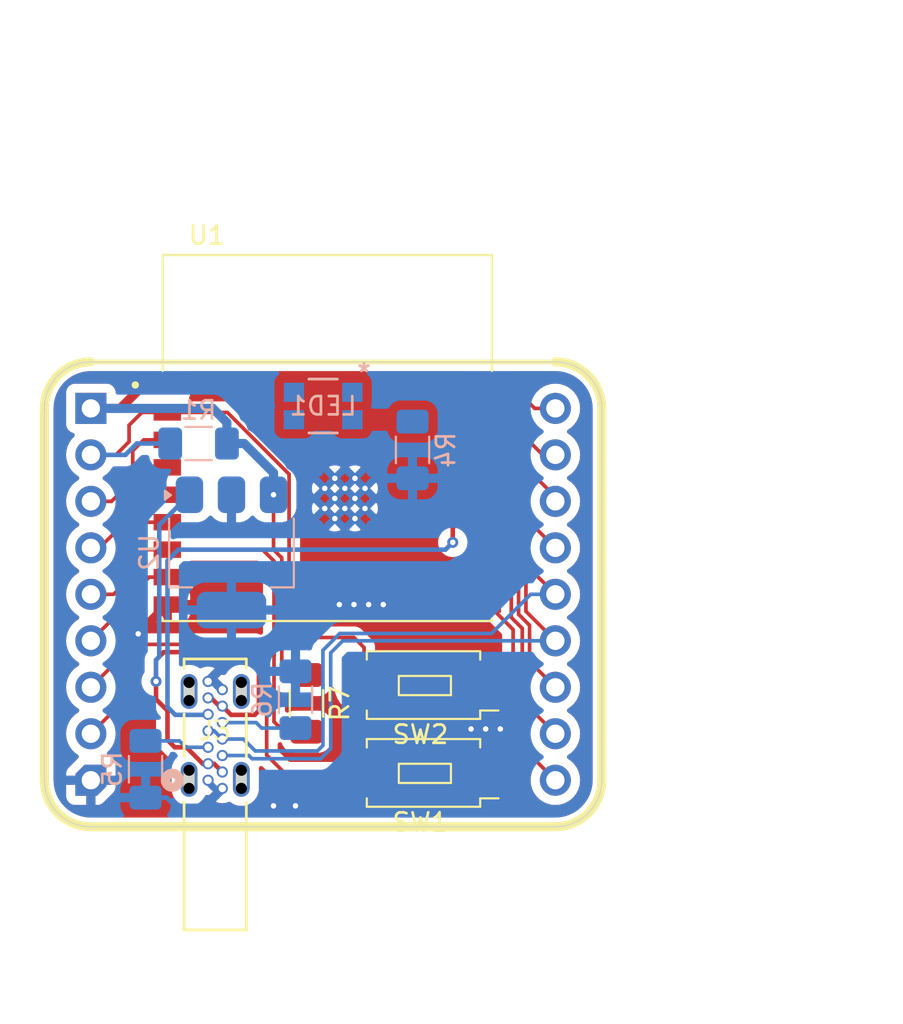
<source format=kicad_pcb>
(kicad_pcb (version 20240108) (generator "pcbnew") (generator_version "8.0")
  (layers (0 "F.Cu" signal) (31 "B.Cu" signal) (34 "B.Paste" user) (35 "F.Paste" user) (36 "B.SilkS" user "B.Silkscreen") (37 "F.SilkS" user "F.Silkscreen") (38 "B.Mask" user) (39 "F.Mask" user) (44 "Edge.Cuts" user))
  (net 0 "")
  (net 1 "GPIO3")
  (net 2 "GND")
  (net 3 "GPIO2")
  (net 4 "GPIO1")
  (net 5 "GPIO0")
  (net 6 "GPIO4")
  (net 7 "VBUS")
  (net 8 "GPIO7")
  (net 9 "USB_D+")
  (net 10 "UART-RX")
  (net 11 "USB_D-")
  (net 12 "GPIO5")
  (net 13 "GPIO8")
  (net 14 "UART-TX")
  (net 15 "GPIO10")
  (net 16 "EN")
  (net 17 "GPIO9")
  (net 18 "3V3")
  (net 19 "GPIO6")
  (net 21 "Net-(LED1-GND-Pad1)")
  (net 22 "Net-(J3-CC2)")
  (net 23 "Net-(J3-CC1)")
  (footprint "Alexander Footprint Library:ESP32-C3-WROOM-02-H4" (layer "F.Cu") (at 156.94 61.1)
    (property "Reference" "U1" (at -6.575 -11.085 0) (layer "F.SilkS"))
    (property "Value" "ESP32-C3-WROOM-02-N4")
    (fp_line (start -9 -10) (end -9 -3.67) (stroke (width 0.127)) (layer "F.SilkS"))
    (fp_line (start -9 10) (end -9 9.87) (stroke (width 0.127)) (layer "F.SilkS"))
    (fp_line (start -9 10) (end 9 10) (stroke (width 0.127)) (layer "F.SilkS"))
    (fp_line (start 9 -10) (end -9 -10) (stroke (width 0.127)) (layer "F.SilkS"))
    (fp_line (start 9 -3.67) (end 9 -10) (stroke (width 0.127)) (layer "F.SilkS"))
    (fp_line (start 9 10) (end 9 9.87) (stroke (width 0.127)) (layer "F.SilkS"))
    (fp_circle (center -10.5 -2.9) (end -10.4 -2.9) (stroke (width 0.2)) (fill none) (layer "F.SilkS"))
    (pad "1" smd rect (at -8.75 -2.9) (size 1.5 0.9) (layers "F.Cu" "F.Paste" "F.Mask") (net 18 "3V3"))
    (pad "2" smd rect (at -8.75 -1.4) (size 1.5 0.9) (layers "F.Cu" "F.Paste" "F.Mask") (net 16 "EN"))
    (pad "3" smd rect (at -8.75 0.1) (size 1.5 0.9) (layers "F.Cu" "F.Paste" "F.Mask") (net 6 "GPIO4"))
    (pad "4" smd rect (at -8.75 1.6) (size 1.5 0.9) (layers "F.Cu" "F.Paste" "F.Mask") (net 12 "GPIO5"))
    (pad "5" smd rect (at -8.75 3.1) (size 1.5 0.9) (layers "F.Cu" "F.Paste" "F.Mask") (net 19 "GPIO6"))
    (pad "6" smd rect (at -8.75 4.6) (size 1.5 0.9) (layers "F.Cu" "F.Paste" "F.Mask") (net 8 "GPIO7"))
    (pad "7" smd rect (at -8.75 6.1) (size 1.5 0.9) (layers "F.Cu" "F.Paste" "F.Mask") (net 13 "GPIO8"))
    (pad "8" smd rect (at -8.75 7.6) (size 1.5 0.9) (layers "F.Cu" "F.Paste" "F.Mask") (net 17 "GPIO9"))
    (pad "9" smd rect (at -8.75 9.1) (size 1.5 0.9) (layers "F.Cu" "F.Paste" "F.Mask") (net 2 "GND"))
    (pad "10" smd rect (at 8.75 9.1) (size 1.5 0.9) (layers "F.Cu" "F.Paste" "F.Mask") (net 15 "GPIO10"))
    (pad "11" smd rect (at 8.75 7.6) (size 1.5 0.9) (layers "F.Cu" "F.Paste" "F.Mask") (net 10 "UART-RX"))
    (pad "12" smd rect (at 8.75 6.1) (size 1.5 0.9) (layers "F.Cu" "F.Paste" "F.Mask") (net 14 "UART-TX"))
    (pad "13" smd rect (at 8.75 4.6) (size 1.5 0.9) (layers "F.Cu" "F.Paste" "F.Mask") (net 11 "USB_D-"))
    (pad "14" smd rect (at 8.75 3.1) (size 1.5 0.9) (layers "F.Cu" "F.Paste" "F.Mask") (net 9 "USB_D+"))
    (pad "15" smd rect (at 8.75 1.6) (size 1.5 0.9) (layers "F.Cu" "F.Paste" "F.Mask") (net 1 "GPIO3"))
    (pad "16" smd rect (at 8.75 0.1) (size 1.5 0.9) (layers "F.Cu" "F.Paste" "F.Mask") (net 3 "GPIO2"))
    (pad "17" smd rect (at 8.75 -1.4) (size 1.5 0.9) (layers "F.Cu" "F.Paste" "F.Mask") (net 4 "GPIO1"))
    (pad "18" smd rect (at 8.75 -2.9) (size 1.5 0.9) (layers "F.Cu" "F.Paste" "F.Mask") (net 5 "GPIO0"))
    (pad "19" smd rect (at -0.14 2.2) (size 0.7 0.7) (layers "F.Cu" "F.Paste" "F.Mask") (net 2 "GND"))
    (pad "20" smd rect (at 0.96 2.2) (size 0.7 0.7) (layers "F.Cu" "F.Paste" "F.Mask") (net 2 "GND"))
    (pad "21" smd rect (at 2.06 2.2) (size 0.7 0.7) (layers "F.Cu" "F.Paste" "F.Mask") (net 2 "GND"))
    (pad "22" smd rect (at -0.14 3.3) (size 0.7 0.7) (layers "F.Cu" "F.Paste" "F.Mask") (net 2 "GND"))
    (pad "23" smd rect (at 0.96 3.3) (size 0.7 0.7) (layers "F.Cu" "F.Paste" "F.Mask") (net 2 "GND"))
    (pad "24" smd rect (at 2.06 3.3) (size 0.7 0.7) (layers "F.Cu" "F.Paste" "F.Mask") (net 2 "GND"))
    (pad "25" smd rect (at -0.14 4.4) (size 0.7 0.7) (layers "F.Cu" "F.Paste" "F.Mask") (net 2 "GND"))
    (pad "26" smd rect (at 0.96 4.4) (size 0.7 0.7) (layers "F.Cu" "F.Paste" "F.Mask") (net 2 "GND"))
    (pad "27" smd rect (at 2.06 4.4) (size 0.7 0.7) (layers "F.Cu" "F.Paste" "F.Mask") (net 2 "GND"))
    (pad "28" thru_hole circle (at 0.41 2.2) (size 0.4 0.4) (drill 0.3) (layers "*.Cu") (net 2 "GND"))
    (pad "29" thru_hole circle (at 1.51 2.2) (size 0.4 0.4) (drill 0.3) (layers "*.Cu") (net 2 "GND"))
    (pad "30" thru_hole circle (at -0.14 2.75) (size 0.4 0.4) (drill 0.3) (layers "*.Cu") (net 2 "GND"))
    (pad "31" thru_hole circle (at 0.96 2.75) (size 0.4 0.4) (drill 0.3) (layers "*.Cu") (net 2 "GND"))
    (pad "32" thru_hole circle (at 2.06 2.75) (size 0.4 0.4) (drill 0.3) (layers "*.Cu") (net 2 "GND"))
    (pad "33" thru_hole circle (at 0.41 3.3) (size 0.4 0.4) (drill 0.3) (layers "*.Cu") (net 2 "GND"))
    (pad "34" thru_hole circle (at 1.51 3.3) (size 0.4 0.4) (drill 0.3) (layers "*.Cu") (net 2 "GND"))
    (pad "35" thru_hole circle (at -0.14 3.85) (size 0.4 0.4) (drill 0.3) (layers "*.Cu") (net 2 "GND"))
    (pad "36" thru_hole circle (at 0.96 3.85) (size 0.4 0.4) (drill 0.3) (layers "*.Cu") (net 2 "GND"))
    (pad "37" thru_hole circle (at 2.06 3.85) (size 0.4 0.4) (drill 0.3) (layers "*.Cu") (net 2 "GND"))
    (pad "38" thru_hole circle (at 0.41 4.4) (size 0.4 0.4) (drill 0.3) (layers "*.Cu") (net 2 "GND"))
    (pad "39" thru_hole circle (at 1.51 4.4) (size 0.4 0.4) (drill 0.3) (layers "*.Cu") (net 2 "GND"))
    (zone (net 0) (net_name "") (layer "F.Cu") (connect_pads (clearance 0)) (min_thickness 0.01)
      (keepout (tracks not_allowed) (vias not_allowed) (pads not_allowed) (copperpour not_allowed) (footprints allowed))
      (fill (thermal_gap 0.508) (thermal_bridge_width 0.508))
      (polygon (pts (xy 147.94 51.1) (xy 165.94 51.1) (xy 165.94 57.1) (xy 147.94 57.1)))
    )
    (zone (net 0) (net_name "") (layer "B.Cu") (connect_pads (clearance 0)) (min_thickness 0.01)
      (keepout (tracks not_allowed) (vias not_allowed) (pads not_allowed) (copperpour not_allowed) (footprints allowed))
      (fill (thermal_gap 0.508) (thermal_bridge_width 0.508))
      (polygon (pts (xy 147.94 51.1) (xy 165.94 51.1) (xy 165.94 57.1) (xy 147.94 57.1)))
    )
  )
  (footprint "Alexander Footprint Library:SW_PUSH_6x3.5mm" (layer "F.Cu") (at 165.45 79.4 180)
    (property "Reference" "SW1" (at 3.42 -2.7 360) (layer "F.SilkS"))
    (property "Value" "SW_Push_SMD_6x3.5")
    (fp_line (start 6.35 1.39) (end 6.35 1.85) (stroke (width 0.12)) (layer "F.SilkS"))
    (fp_line (start 6.35 -1.85) (end 6.35 -1.39) (stroke (width 0.12)) (layer "F.SilkS"))
    (fp_line (start 6.35 -1.85) (end 0.15 -1.85) (stroke (width 0.12)) (layer "F.SilkS"))
    (fp_line (start 0.15 1.85) (end 6.35 1.85) (stroke (width 0.12)) (layer "F.SilkS"))
    (fp_line (start 0.15 1.39) (end 0.15 1.85) (stroke (width 0.12)) (layer "F.SilkS"))
    (fp_line (start 0.15 -1.39) (end -0.85 -1.39) (stroke (width 0.12)) (layer "F.SilkS"))
    (fp_line (start 0.15 -1.85) (end 0.15 -1.39) (stroke (width 0.12)) (layer "F.SilkS"))
    (fp_rect (start 1.75 -0.55) (end 4.6 0.5) (stroke (width 0.12)) (fill none) (layer "F.SilkS"))
    (pad "1" smd rect (at 0 0 270) (size 2.25 2.25) (layers "F.Cu" "F.Paste" "F.Mask") (net 2 "GND"))
    (pad "2" smd oval (at 6.5 0 270) (size 2.25 2.25) (layers "F.Cu" "F.Paste" "F.Mask") (net 17 "GPIO9"))
  )
  (footprint "Alexander Footprint Library:USB-C_KUSBX-SL-CS1N14-B_KYC" (layer "F.Cu") (at 150.419999 79.799999)
    (property "Reference" "J3" (at 0.39 -2.7 0) (layer "F.SilkS"))
    (property "Value" "USB-C_KUSBX-SL-CS1N14-B")
    (fp_circle (center -1.9468 0) (end -1.5658 0) (stroke (width 0.508)) (fill none) (layer "B.SilkS"))
    (fp_line (start -1.3118 -6.627) (end -1.3118 -6.087007) (stroke (width 0.1524)) (layer "F.SilkS"))
    (fp_line (start -1.3118 -3.612992) (end -1.3118 -1.287007) (stroke (width 0.1524)) (layer "F.SilkS"))
    (fp_line (start -1.3118 1.187007) (end -1.3118 8.1812) (stroke (width 0.1524)) (layer "F.SilkS"))
    (fp_line (start -1.3118 8.1812) (end 2.0918 8.1812) (stroke (width 0.1524)) (layer "F.SilkS"))
    (fp_line (start 2.0918 -6.627) (end -1.3118 -6.627) (stroke (width 0.1524)) (layer "F.SilkS"))
    (fp_line (start 2.0918 -6.087007) (end 2.0918 -6.627) (stroke (width 0.1524)) (layer "F.SilkS"))
    (fp_line (start 2.0918 -1.287007) (end 2.0918 -3.612992) (stroke (width 0.1524)) (layer "F.SilkS"))
    (fp_line (start 2.0918 8.1812) (end 2.0918 1.187007) (stroke (width 0.1524)) (layer "F.SilkS"))
    (fp_line (start -1.04 -4.354699) (end -1.04 -5.345299) (stroke (width 0.6096)) (layer "Edge.Cuts"))
    (fp_line (start -1.04 0.4453) (end -1.04 -0.5453) (stroke (width 0.6096)) (layer "Edge.Cuts"))
    (fp_line (start 1.82 -4.354699) (end 1.82 -5.345299) (stroke (width 0.6096)) (layer "Edge.Cuts"))
    (fp_line (start 1.82 0.4453) (end 1.82 -0.5453) (stroke (width 0.6096)) (layer "Edge.Cuts"))
    (pad "" np_thru_hole circle (at -1.04 -5.345299) (size 0.6096 0.6096) (drill 0.6096) (layers))
    (pad "" np_thru_hole circle (at -1.04 -4.354699) (size 0.6096 0.6096) (drill 0.6096) (layers))
    (pad "" np_thru_hole circle (at -1.04 -0.5453) (size 0.6096 0.6096) (drill 0.6096) (layers))
    (pad "" np_thru_hole circle (at -1.04 0.4453) (size 0.6096 0.6096) (drill 0.6096) (layers))
    (pad "" np_thru_hole circle (at 1.82 -5.345299) (size 0.6096 0.6096) (drill 0.6096) (layers))
    (pad "" np_thru_hole circle (at 1.82 -4.354699) (size 0.6096 0.6096) (drill 0.6096) (layers))
    (pad "" np_thru_hole circle (at 1.82 -0.5453) (size 0.6096 0.6096) (drill 0.6096) (layers))
    (pad "" np_thru_hole circle (at 1.82 0.4453) (size 0.6096 0.6096) (drill 0.6096) (layers))
    (pad "A1" thru_hole circle (at 0 0) (size 0.6096 0.6096) (drill 0.4064) (layers "*.Cu" "*.Mask") (net 2 "GND"))
    (pad "A4" thru_hole circle (at 0 -0.900001) (size 0.6096 0.6096) (drill 0.4064) (layers "*.Cu" "*.Mask") (net 7 "VBUS"))
    (pad "A5" thru_hole circle (at 0 -1.799999) (size 0.6096 0.6096) (drill 0.4064) (layers "*.Cu" "*.Mask") (net 23 "Net-(J3-CC1)"))
    (pad "A6" thru_hole circle (at 0 -2.7) (size 0.6096 0.6096) (drill 0.4064) (layers "*.Cu" "*.Mask") (net 9 "USB_D+"))
    (pad "A7" thru_hole circle (at 0 -3.6) (size 0.6096 0.6096) (drill 0.4064) (layers "*.Cu" "*.Mask") (net 11 "USB_D-"))
    (pad "A9" thru_hole circle (at 0 -4.499999) (size 0.6096 0.6096) (drill 0.4064) (layers "*.Cu" "*.Mask") (net 7 "VBUS"))
    (pad "A12" thru_hole circle (at 0 -5.399999) (size 0.6096 0.6096) (drill 0.4064) (layers "*.Cu" "*.Mask") (net 2 "GND"))
    (pad "B1" thru_hole circle (at 0.780001 -4.949999) (size 0.6096 0.6096) (drill 0.4064) (layers "*.Cu" "*.Mask") (net 2 "GND"))
    (pad "B4" thru_hole circle (at 0.780001 -4.049999) (size 0.6096 0.6096) (drill 0.4064) (layers "*.Cu" "*.Mask") (net 7 "VBUS"))
    (pad "B5" thru_hole circle (at 0.780001 -3.149999) (size 0.6096 0.6096) (drill 0.4064) (layers "*.Cu" "*.Mask") (net 22 "Net-(J3-CC2)"))
    (pad "B6" thru_hole circle (at 0.780001 -2.249999) (size 0.6096 0.6096) (drill 0.4064) (layers "*.Cu" "*.Mask") (net 9 "USB_D+"))
    (pad "B7" thru_hole circle (at 0.780001 -1.349999) (size 0.6096 0.6096) (drill 0.4064) (layers "*.Cu" "*.Mask") (net 11 "USB_D-"))
    (pad "B9" thru_hole circle (at 0.780001 -0.449999) (size 0.6096 0.6096) (drill 0.4064) (layers "*.Cu" "*.Mask") (net 7 "VBUS"))
    (pad "B12" thru_hole circle (at 0.780001 0.450001) (size 0.6096 0.6096) (drill 0.4064) (layers "*.Cu" "*.Mask") (net 2 "GND"))
    (pad "S_1" thru_hole oval (at -1.04 -0.05 90) (size 1.905 0.9144) (drill 0.0254) (layers "*.Cu" "*.Mask"))
    (pad "S_2" thru_hole oval (at 1.82 -0.05 90) (size 1.905 0.9144) (drill 0.0254) (layers "*.Cu" "*.Mask"))
    (pad "S_3" thru_hole oval (at -1.04 -4.849999 90) (size 1.905 0.9144) (drill 0.0254) (layers "*.Cu" "*.Mask"))
    (pad "S_4" thru_hole oval (at 1.82 -4.849999 90) (size 1.905 0.9144) (drill 0.0254) (layers "*.Cu" "*.Mask"))
  )
  (footprint "Resistor_SMD:R_1206_3216Metric_Pad1.30x1.75mm_HandSolder" (layer "F.Cu") (at 155.8 75.6 -90)
    (property "Reference" "R7" (at 0 -1.82 90) (layer "F.SilkS"))
    (property "Value" "10k")
    (fp_line (start -0.727064 0.91) (end 0.727064 0.91) (stroke (width 0.12)) (layer "F.SilkS"))
    (fp_line (start -0.727064 -0.91) (end 0.727064 -0.91) (stroke (width 0.12)) (layer "F.SilkS"))
    (pad "1" smd roundrect (at -1.55 0 270) (size 1.3 1.75) (layers "F.Cu" "F.Paste" "F.Mask") (roundrect_rratio 0.192308) (net 18 "3V3"))
    (pad "2" smd roundrect (at 1.55 0 270) (size 1.3 1.75) (layers "F.Cu" "F.Paste" "F.Mask") (roundrect_rratio 0.192308) (net 13 "GPIO8"))
  )
  (footprint "Alexander Footprint Library:Conn_ESP32-C3-WROOM-02" (layer "F.Cu") (at 159.25 64.56)
    (property "Reference" "J2" (hide yes))
    (property "Value" "~")
    (fp_line (start -17.78 -5.08) (end -17.78 15.24) (stroke (width 0.5)) (layer "F.SilkS"))
    (fp_line (start -15.24 -7.62) (end 10.16 -7.62) (stroke (width 0.25)) (layer "F.SilkS"))
    (fp_line (start -15.24 17.78) (end 10.16 17.78) (stroke (width 0.5)) (layer "F.SilkS"))
    (fp_line (start 12.7 -5.08) (end 12.7 15.24) (stroke (width 0.5)) (layer "F.SilkS"))
    (fp_arc (start -17.78 -5.08) (mid -17.036051 -6.876051) (end -15.24 -7.62) (stroke (width 0.5)) (layer "F.SilkS"))
    (fp_arc (start -15.24 17.78) (mid -17.036051 17.036051) (end -17.78 15.24) (stroke (width 0.5)) (layer "F.SilkS"))
    (fp_arc (start 10.16 -7.62) (mid 11.956051 -6.876051) (end 12.7 -5.08) (stroke (width 0.5)) (layer "F.SilkS"))
    (fp_arc (start 12.7 15.24) (mid 11.956051 17.036051) (end 10.16 17.78) (stroke (width 0.5)) (layer "F.SilkS"))
    (fp_line (start -17.78 15.24) (end -17.78 -5.08) (stroke (width 0.05)) (layer "Edge.Cuts"))
    (fp_line (start -15.24 -7.62) (end 10.16 -7.62) (stroke (width 0.05)) (layer "Edge.Cuts"))
    (fp_line (start 10.16 17.78) (end -15.24 17.78) (stroke (width 0.05)) (layer "Edge.Cuts"))
    (fp_line (start 12.7 -5.08) (end 12.7 15.24) (stroke (width 0.05)) (layer "Edge.Cuts"))
    (fp_arc (start -17.78 -5.08) (mid -17.036051 -6.876051) (end -15.24 -7.62) (stroke (width 0.05)) (layer "Edge.Cuts"))
    (fp_arc (start -15.24 17.78) (mid -17.036051 17.036051) (end -17.78 15.24) (stroke (width 0.05)) (layer "Edge.Cuts"))
    (fp_arc (start 10.16 -7.62) (mid 11.956051 -6.876051) (end 12.7 -5.08) (stroke (width 0.05)) (layer "Edge.Cuts"))
    (fp_arc (start 12.7 15.24) (mid 11.956051 17.036051) (end 10.16 17.78) (stroke (width 0.05)) (layer "Edge.Cuts"))
    (pad "1" thru_hole rect (at -15.24 -5.08) (size 1.7 1.7) (drill 1) (layers "*.Cu" "*.Mask") (net 18 "3V3"))
    (pad "2" thru_hole circle (at -15.24 -2.54) (size 1.7 1.7) (drill 1) (layers "*.Cu" "*.Mask") (net 16 "EN"))
    (pad "3" thru_hole circle (at -15.24 0) (size 1.7 1.7) (drill 1) (layers "*.Cu" "*.Mask") (net 6 "GPIO4"))
    (pad "4" thru_hole circle (at -15.24 2.54) (size 1.7 1.7) (drill 1) (layers "*.Cu" "*.Mask") (net 12 "GPIO5"))
    (pad "5" thru_hole circle (at -15.24 5.08) (size 1.7 1.7) (drill 1) (layers "*.Cu" "*.Mask") (net 19 "GPIO6"))
    (pad "6" thru_hole circle (at -15.24 7.62) (size 1.7 1.7) (drill 1) (layers "*.Cu" "*.Mask") (net 8 "GPIO7"))
    (pad "7" thru_hole circle (at -15.24 10.16) (size 1.7 1.7) (drill 1) (layers "*.Cu" "*.Mask") (net 13 "GPIO8"))
    (pad "8" thru_hole circle (at -15.24 12.7) (size 1.7 1.7) (drill 1) (layers "*.Cu" "*.Mask") (net 17 "GPIO9"))
    (pad "9" thru_hole roundrect (at -15.24 15.24) (size 1.7 1.7) (drill 1) (layers "*.Cu" "*.Mask") (roundrect_rratio 0) (chamfer_ratio 0.3) (chamfer top_left bottom_right) (net 2 "GND"))
    (pad "10" thru_hole circle (at 10.16 15.24) (size 1.7 1.7) (drill 1) (layers "*.Cu" "*.Mask") (net 15 "GPIO10"))
    (pad "11" thru_hole circle (at 10.16 12.7) (size 1.7 1.7) (drill 1) (layers "*.Cu" "*.Mask") (net 10 "UART-RX"))
    (pad "12" thru_hole circle (at 10.16 10.16) (size 1.7 1.7) (drill 1) (layers "*.Cu" "*.Mask") (net 14 "UART-TX"))
    (pad "13" thru_hole circle (at 10.16 7.62) (size 1.7 1.7) (drill 1) (layers "*.Cu" "*.Mask") (net 11 "USB_D-"))
    (pad "14" thru_hole circle (at 10.16 5.08) (size 1.7 1.7) (drill 1) (layers "*.Cu" "*.Mask") (net 9 "USB_D+"))
    (pad "15" thru_hole circle (at 10.16 2.54) (size 1.7 1.7) (drill 1) (layers "*.Cu" "*.Mask") (net 1 "GPIO3"))
    (pad "16" thru_hole circle (at 10.16 0) (size 1.7 1.7) (drill 1) (layers "*.Cu" "*.Mask") (net 3 "GPIO2"))
    (pad "17" thru_hole circle (at 10.16 -2.54) (size 1.7 1.7) (drill 1) (layers "*.Cu" "*.Mask") (net 4 "GPIO1"))
    (pad "18" thru_hole circle (at 10.16 -5.08) (size 1.7 1.7) (drill 1) (layers "*.Cu" "*.Mask") (net 5 "GPIO0"))
  )
  (footprint "Alexander Footprint Library:SW_PUSH_6x3.5mm" (layer "F.Cu") (at 165.45 74.6 180)
    (property "Reference" "SW2" (at 3.42 -2.7 0) (layer "F.SilkS"))
    (property "Value" "SW_Push_SMD_6x3.5")
    (fp_line (start 6.35 1.39) (end 6.35 1.85) (stroke (width 0.12)) (layer "F.SilkS"))
    (fp_line (start 6.35 -1.85) (end 6.35 -1.39) (stroke (width 0.12)) (layer "F.SilkS"))
    (fp_line (start 6.35 -1.85) (end 0.15 -1.85) (stroke (width 0.12)) (layer "F.SilkS"))
    (fp_line (start 0.15 1.85) (end 6.35 1.85) (stroke (width 0.12)) (layer "F.SilkS"))
    (fp_line (start 0.15 1.39) (end 0.15 1.85) (stroke (width 0.12)) (layer "F.SilkS"))
    (fp_line (start 0.15 -1.39) (end -0.85 -1.39) (stroke (width 0.12)) (layer "F.SilkS"))
    (fp_line (start 0.15 -1.85) (end 0.15 -1.39) (stroke (width 0.12)) (layer "F.SilkS"))
    (fp_rect (start 1.75 -0.55) (end 4.6 0.5) (stroke (width 0.12)) (fill none) (layer "F.SilkS"))
    (pad "1" smd rect (at 0 0 270) (size 2.25 2.25) (layers "F.Cu" "F.Paste" "F.Mask") (net 2 "GND"))
    (pad "2" smd oval (at 6.5 0 270) (size 2.25 2.25) (layers "F.Cu" "F.Paste" "F.Mask") (net 16 "EN"))
  )
  (footprint "Alexander Footprint Library:B1552_HVK-M" (layer "B.Cu") (at 156.71 59.350001 180)
    (property "Reference" "LED1" (at 0 0 0) (layer "B.SilkS") (effects (justify mirror)))
    (property "Value" "LED-RED-GREEN-B1552USUG20D")
    (fp_line (start 0.777373 1.4732) (end -0.777373 1.4732) (stroke (width 0.1524)) (layer "B.SilkS"))
    (fp_line (start 0.777373 -1.4732) (end -0.777373 -1.4732) (stroke (width 0.1524)) (layer "B.SilkS"))
    (fp_text user "*" (at -2.2352 1.8041 0) (layer "B.SilkS") (effects (justify mirror)))
    (fp_text user "*" (at -2.2352 1.8041 0) (layer "B.SilkS") (effects (justify mirror)))
    (pad "1" smd rect (at -1.6002 0.750001 180) (size 1.1176 1.0414) (layers "B.Cu" "B.Paste" "B.Mask") (net 21 "Net-(LED1-GND-Pad1)"))
    (pad "2" smd rect (at -1.6002 -0.750001 180) (size 1.1176 1.0414) (layers "B.Cu" "B.Paste" "B.Mask") (net 18 "3V3"))
    (pad "3" smd rect (at 1.6002 -0.750001 180) (size 1.1176 1.0414) (layers "B.Cu" "B.Paste" "B.Mask"))
    (pad "4" smd rect (at 1.6002 0.750001 180) (size 1.1176 1.0414) (layers "B.Cu" "B.Paste" "B.Mask") (net 21 "Net-(LED1-GND-Pad1)"))
  )
  (footprint "Package_TO_SOT_SMD:SOT-223-3_TabPin2" (layer "B.Cu") (at 151.7 67.35 -90)
    (property "Reference" "U2" (at 0 4.5 90) (layer "B.SilkS") (effects (justify mirror)))
    (property "Value" "AMS1117-3V3")
    (fp_line (start 1.91 3.41) (end -1.85 3.41) (stroke (width 0.12)) (layer "B.SilkS"))
    (fp_line (start 1.91 2.15) (end 1.91 3.41) (stroke (width 0.12)) (layer "B.SilkS"))
    (fp_line (start 1.91 -2.15) (end 1.91 -3.41) (stroke (width 0.12)) (layer "B.SilkS"))
    (fp_line (start 1.91 -3.41) (end -1.85 -3.41) (stroke (width 0.12)) (layer "B.SilkS"))
    (fp_poly (pts (xy -3.13 3.31) (xy -3.37 3.64) (xy -2.89 3.64) (xy -3.13 3.31)) (stroke (width 0.12)) (fill solid) (layer "B.SilkS"))
    (pad "1" smd roundrect (at -3.15 2.3 270) (size 2 1.5) (layers "B.Cu" "B.Paste" "B.Mask") (net 7 "VBUS"))
    (pad "2" smd roundrect (at -3.15 0 270) (size 2 1.5) (layers "B.Cu" "B.Paste" "B.Mask") (net 2 "GND"))
    (pad "2" smd roundrect (at 3.15 0 270) (size 2 3.8) (layers "B.Cu" "B.Paste" "B.Mask") (net 2 "GND"))
    (pad "3" smd roundrect (at -3.15 -2.3 270) (size 2 1.5) (layers "B.Cu" "B.Paste" "B.Mask") (net 18 "3V3"))
  )
  (footprint "Resistor_SMD:R_1206_3216Metric_Pad1.30x1.75mm_HandSolder" (layer "B.Cu") (at 149.9 61.4 180)
    (property "Reference" "R1" (at 0 1.82 0) (layer "B.SilkS") (effects (justify mirror)))
    (property "Value" "10k")
    (fp_line (start 0.727064 0.91) (end -0.727064 0.91) (stroke (width 0.12)) (layer "B.SilkS"))
    (fp_line (start 0.727064 -0.91) (end -0.727064 -0.91) (stroke (width 0.12)) (layer "B.SilkS"))
    (pad "1" smd roundrect (at -1.55 0 180) (size 1.3 1.75) (layers "B.Cu" "B.Paste" "B.Mask") (roundrect_rratio 0.192308) (net 18 "3V3"))
    (pad "2" smd roundrect (at 1.55 0 180) (size 1.3 1.75) (layers "B.Cu" "B.Paste" "B.Mask") (roundrect_rratio 0.192308) (net 16 "EN"))
  )
  (footprint "Resistor_SMD:R_1206_3216Metric_Pad1.30x1.75mm_HandSolder" (layer "B.Cu") (at 147 79.2 -90)
    (property "Reference" "R5" (at 0 1.82 90) (layer "B.SilkS") (effects (justify mirror)))
    (property "Value" "5k1")
    (fp_line (start 0.727064 0.91) (end -0.727064 0.91) (stroke (width 0.12)) (layer "B.SilkS"))
    (fp_line (start 0.727064 -0.91) (end -0.727064 -0.91) (stroke (width 0.12)) (layer "B.SilkS"))
    (pad "1" smd roundrect (at -1.55 0 270) (size 1.3 1.75) (layers "B.Cu" "B.Paste" "B.Mask") (roundrect_rratio 0.192308) (net 23 "Net-(J3-CC1)"))
    (pad "2" smd roundrect (at 1.55 0 270) (size 1.3 1.75) (layers "B.Cu" "B.Paste" "B.Mask") (roundrect_rratio 0.192308) (net 2 "GND"))
  )
  (footprint "Resistor_SMD:R_1206_3216Metric_Pad1.30x1.75mm_HandSolder" (layer "B.Cu") (at 161.6 61.75 90)
    (property "Reference" "R4" (at 0 1.82 90) (layer "B.SilkS") (effects (justify mirror)))
    (property "Value" "5k1")
    (fp_line (start 0.727064 -0.91) (end -0.727064 -0.91) (stroke (width 0.12)) (layer "B.SilkS"))
    (fp_line (start 0.727064 0.91) (end -0.727064 0.91) (stroke (width 0.12)) (layer "B.SilkS"))
    (pad "1" smd roundrect (at -1.55 0 90) (size 1.3 1.75) (layers "B.Cu" "B.Paste" "B.Mask") (roundrect_rratio 0.192308) (net 2 "GND"))
    (pad "2" smd roundrect (at 1.55 0 90) (size 1.3 1.75) (layers "B.Cu" "B.Paste" "B.Mask") (roundrect_rratio 0.192308) (net 21 "Net-(LED1-GND-Pad1)"))
  )
  (footprint "Resistor_SMD:R_1206_3216Metric_Pad1.30x1.75mm_HandSolder" (layer "B.Cu") (at 155.2 75.4 -90)
    (property "Reference" "R6" (at 0 1.82 90) (layer "B.SilkS") (effects (justify mirror)))
    (property "Value" "5k1")
    (fp_line (start 0.727064 0.91) (end -0.727064 0.91) (stroke (width 0.12)) (layer "B.SilkS"))
    (fp_line (start 0.727064 -0.91) (end -0.727064 -0.91) (stroke (width 0.12)) (layer "B.SilkS"))
    (pad "1" smd roundrect (at -1.55 0 270) (size 1.3 1.75) (layers "B.Cu" "B.Paste" "B.Mask") (roundrect_rratio 0.192308) (net 2 "GND"))
    (pad "2" smd roundrect (at 1.55 0 270) (size 1.3 1.75) (layers "B.Cu" "B.Paste" "B.Mask") (roundrect_rratio 0.192308) (net 22 "Net-(J3-CC2)"))
  )
  (segment (start 167.2 62.7) (end 167.8 63.3) (width 0.2) (layer "F.Cu") (net 1))
  (segment (start 165.69 62.7) (end 167.2 62.7) (width 0.2) (layer "F.Cu") (net 1))
  (segment (start 167.8 63.3) (end 167.8 65.49) (width 0.2) (layer "F.Cu") (net 1))
  (segment (start 167.8 65.49) (end 169.41 67.1) (width 0.2) (layer "F.Cu") (net 1))
  (segment (start 148.19 70.2) (end 146.6 71.79) (width 0.5) (layer "F.Cu") (net 2))
  (segment (start 146.6 71.79) (end 146.6 71.8) (width 0.2) (layer "F.Cu") (net 2))
  (via (at 166.4 77) (size 0.6) (drill 0.3) (layers "F.Cu" "B.Cu") (net 2))
  (via (at 157.6 70.2) (size 0.6) (drill 0.3) (layers "F.Cu" "B.Cu") (net 2))
  (via (at 164.8 77) (size 0.6) (drill 0.3) (layers "F.Cu" "B.Cu") (net 2))
  (via (at 159.2 70.2) (size 0.6) (drill 0.3) (layers "F.Cu" "B.Cu") (net 2))
  (via (at 154 81.2) (size 0.6) (drill 0.3) (layers "F.Cu" "B.Cu") (net 2))
  (via (at 155.2 81.2) (size 0.6) (drill 0.3) (layers "F.Cu" "B.Cu") (net 2))
  (via (at 158.4 70.2) (size 0.6) (drill 0.3) (layers "F.Cu" "B.Cu") (net 2))
  (via (at 146.6 71.8) (size 0.6) (drill 0.3) (layers "F.Cu" "B.Cu") (net 2))
  (via (at 165.6 77) (size 0.6) (drill 0.3) (layers "F.Cu" "B.Cu") (net 2))
  (via (at 160 70.2) (size 0.6) (drill 0.3) (layers "F.Cu" "B.Cu") (net 2))
  (segment (start 150.419999 79.799999) (end 150.87 80.25) (width 0.25) (layer "B.Cu") (net 2))
  (segment (start 151.2 74.85) (end 150.75 74.4) (width 0.5) (layer "B.Cu") (net 2))
  (segment (start 148.15 80.75) (end 147 80.75) (width 0.25) (layer "B.Cu") (net 2))
  (segment (start 150.25 81.2) (end 148.6 81.2) (width 0.25) (layer "B.Cu") (net 2))
  (segment (start 147.402499 81.152499) (end 147 80.75) (width 0.5) (layer "B.Cu") (net 2))
  (segment (start 151.2 80.25) (end 150.25 81.2) (width 0.25) (layer "B.Cu") (net 2))
  (segment (start 148.6 81.2) (end 148.15 80.75) (width 0.25) (layer "B.Cu") (net 2))
  (segment (start 150.87 80.25) (end 151.2 80.25) (width 0.25) (layer "B.Cu") (net 2))
  (segment (start 150.75 74.4) (end 150.419999 74.4) (width 0.5) (layer "B.Cu") (net 2))
  (segment (start 165.69 61.2) (end 166.3 61.2) (width 0.2) (layer "F.Cu") (net 3))
  (segment (start 166.3 61.2) (end 169.41 64.31) (width 0.2) (layer "F.Cu") (net 3))
  (segment (start 169.41 64.31) (end 169.41 64.56) (width 0.2) (layer "F.Cu") (net 3))
  (segment (start 165.69 59.7) (end 166.4 59.7) (width 0.2) (layer "F.Cu") (net 4))
  (segment (start 166.4 59.7) (end 168.72 62.02) (width 0.2) (layer "F.Cu") (net 4))
  (segment (start 168.72 62.02) (end 169.41 62.02) (width 0.2) (layer "F.Cu") (net 4))
  (segment (start 168.28 59.48) (end 167 58.2) (width 0.2) (layer "F.Cu") (net 5))
  (segment (start 167 58.2) (end 165.69 58.2) (width 0.2) (layer "F.Cu") (net 5))
  (segment (start 169.41 59.48) (end 168.28 59.48) (width 0.2) (layer "F.Cu") (net 5))
  (segment (start 148.19 61.2) (end 146.9 61.2) (width 0.2) (layer "F.Cu") (net 6))
  (segment (start 146.9 61.2) (end 146.3 61.8) (width 0.2) (layer "F.Cu") (net 6))
  (segment (start 146.3 63.4) (end 145.14 64.56) (width 0.2) (layer "F.Cu") (net 6))
  (segment (start 146.3 61.8) (end 146.3 63.4) (width 0.2) (layer "F.Cu") (net 6))
  (segment (start 145.14 64.56) (end 144.01 64.56) (width 0.2) (layer "F.Cu") (net 6))
  (segment (start 150.582551 75.3) (end 151.032551 75.75) (width 0.25) (layer "F.Cu") (net 7))
  (segment (start 151.6775 76.2275) (end 151.2 75.75) (width 0.25) (layer "F.Cu") (net 7))
  (segment (start 152.9725 76.2275) (end 151.6775 76.2275) (width 0.25) (layer "F.Cu") (net 7))
  (segment (start 147.575 75.375) (end 148.2 76) (width 0.25) (layer "F.Cu") (net 7))
  (segment (start 148.2 77.6) (end 148.6 78) (width 0.25) (layer "F.Cu") (net 7))
  (segment (start 147.575 74.4) (end 147.575 73.225) (width 0.25) (layer "F.Cu") (net 7))
  (segment (start 149.231498 78) (end 150.131496 78.899998) (width 0.25) (layer "F.Cu") (net 7))
  (segment (start 150.131496 78.899998) (end 150.429325 78.899998) (width 0.25) (layer "F.Cu") (net 7))
  (segment (start 148.6 78) (end 149.231498 78) (width 0.25) (layer "F.Cu") (net 7))
  (segment (start 150.749998 78.899998) (end 150.419999 78.899998) (width 0.25) (layer "F.Cu") (net 7))
  (segment (start 148 72.8) (end 152.8 72.8) (width 0.25) (layer "F.Cu") (net 7))
  (segment (start 153.2 76) (end 152.9725 76.2275) (width 0.25) (layer "F.Cu") (net 7))
  (segment (start 151.032551 75.75) (end 151.2 75.75) (width 0.25) (layer "F.Cu") (net 7))
  (segment (start 153.2 73.2) (end 153.2 76) (width 0.25) (layer "F.Cu") (net 7))
  (segment (start 150.749998 78.899998) (end 151.2 79.35) (width 0.25) (layer "F.Cu") (net 7))
  (segment (start 148.2 76) (end 148.2 77.6) (width 0.25) (layer "F.Cu") (net 7))
  (segment (start 147.575 74.4) (end 147.575 75.375) (width 0.25) (layer "F.Cu") (net 7))
  (segment (start 152.8 72.8) (end 153.2 73.2) (width 0.25) (layer "F.Cu") (net 7))
  (segment (start 147.575 73.225) (end 148 72.8) (width 0.25) (layer "F.Cu") (net 7))
  (segment (start 150.419999 78.899998) (end 150.6 78.899998) (width 0.25) (layer "F.Cu") (net 7))
  (via (at 147.575 74.4) (size 0.6) (drill 0.3) (layers "F.Cu" "B.Cu") (net 7))
  (segment (start 147.75 73.05) (end 147.75 65.85) (width 0.25) (layer "B.Cu") (net 7))
  (segment (start 147.575 74.4) (end 147.575 73.225) (width 0.25) (layer "B.Cu") (net 7))
  (segment (start 147.75 65.85) (end 149.4 64.2) (width 0.25) (layer "B.Cu") (net 7))
  (segment (start 147.575 73.225) (end 147.75 73.05) (width 0.25) (layer "B.Cu") (net 7))
  (segment (start 148.19 65.7) (end 147.015686 65.7) (width 0.2) (layer "F.Cu") (net 8))
  (segment (start 146.1 66.615686) (end 146.1 69.358628) (width 0.2) (layer "F.Cu") (net 8))
  (segment (start 146.1 69.358628) (end 145.8 69.658628) (width 0.2) (layer "F.Cu") (net 8))
  (segment (start 145.8 69.658628) (end 145.8 70.39) (width 0.2) (layer "F.Cu") (net 8))
  (segment (start 147.015686 65.7) (end 146.1 66.615686) (width 0.2) (layer "F.Cu") (net 8))
  (segment (start 145.8 70.39) (end 144.01 72.18) (width 0.2) (layer "F.Cu") (net 8))
  (segment (start 167.8 66.055686) (end 167.8 68.03) (width 0.2) (layer "F.Cu") (net 9))
  (segment (start 165.69 64.2) (end 167.1 64.2) (width 0.2) (layer "F.Cu") (net 9))
  (segment (start 167.8 68.03) (end 169.41 69.64) (width 0.2) (layer "F.Cu") (net 9))
  (segment (start 167.4 64.5) (end 167.4 65.655686) (width 0.2) (layer "F.Cu") (net 9))
  (segment (start 167.1 64.2) (end 167.4 64.5) (width 0.2) (layer "F.Cu") (net 9))
  (segment (start 167.4 65.655686) (end 167.8 66.055686) (width 0.2) (layer "F.Cu") (net 9))
  (segment (start 150.749999 77.099999) (end 151.2 77.55) (width 0.2) (layer "B.Cu") (net 9))
  (segment (start 165.92 71.78) (end 168.06 69.64) (width 0.2) (layer "B.Cu") (net 9))
  (segment (start 153 78.2) (end 156.4 78.2) (width 0.2) (layer "B.Cu") (net 9))
  (segment (start 156.4 78.2) (end 156.7 77.9) (width 0.2) (layer "B.Cu") (net 9))
  (segment (start 156.7 72.7) (end 157.62 71.78) (width 0.2) (layer "B.Cu") (net 9))
  (segment (start 151.2 77.55) (end 152.35 77.55) (width 0.2) (layer "B.Cu") (net 9))
  (segment (start 157.62 71.78) (end 165.92 71.78) (width 0.2) (layer "B.Cu") (net 9))
  (segment (start 156.7 77.9) (end 156.7 72.7) (width 0.2) (layer "B.Cu") (net 9))
  (segment (start 152.35 77.55) (end 153 78.2) (width 0.2) (layer "B.Cu") (net 9))
  (segment (start 150.419999 77.099999) (end 150.749999 77.099999) (width 0.2) (layer "B.Cu") (net 9))
  (segment (start 168.06 69.64) (end 169.41 69.64) (width 0.2) (layer "B.Cu") (net 9))
  (segment (start 167 69.71) (end 167 70.901372) (width 0.2) (layer "F.Cu") (net 10))
  (segment (start 167.6 71.501372) (end 167.6 75.45) (width 0.2) (layer "F.Cu") (net 10))
  (segment (start 165.99 68.7) (end 167 69.71) (width 0.2) (layer "F.Cu") (net 10))
  (segment (start 165.69 68.7) (end 165.99 68.7) (width 0.2) (layer "F.Cu") (net 10))
  (segment (start 167 70.901372) (end 167.6 71.501372) (width 0.2) (layer "F.Cu") (net 10))
  (segment (start 167.6 75.45) (end 169.41 77.26) (width 0.2) (layer "F.Cu") (net 10))
  (segment (start 164.1 65.7) (end 165.69 65.7) (width 0.25) (layer "F.Cu") (net 11))
  (segment (start 167.4 67.11) (end 167.4 68.195686) (width 0.2) (layer "F.Cu") (net 11))
  (segment (start 167.4 68.195686) (end 167.8 68.595686) (width 0.2) (layer "F.Cu") (net 11))
  (segment (start 163.8 66.8) (end 163.8 66) (width 0.25) (layer "F.Cu") (net 11))
  (segment (start 165.69 65.7) (end 165.99 65.7) (width 0.2) (layer "F.Cu") (net 11))
  (segment (start 167.8 68.595686) (end 167.8 70.57) (width 0.2) (layer "F.Cu") (net 11))
  (segment (start 165.99 65.7) (end 167.4 67.11) (width 0.2) (layer "F.Cu") (net 11))
  (segment (start 167.8 70.57) (end 169.41 72.18) (width 0.2) (layer "F.Cu") (net 11))
  (segment (start 163.8 66) (end 164.1 65.7) (width 0.25) (layer "F.Cu") (net 11))
  (via (at 163.8 66.8) (size 0.6) (drill 0.3) (layers "F.Cu" "B.Cu") (net 11))
  (segment (start 163.4 67.2) (end 148.8 67.2) (width 0.25) (layer "B.Cu") (net 11))
  (segment (start 148.8 67.2) (end 148.2 67.8) (width 0.25) (layer "B.Cu") (net 11))
  (segment (start 157.125 73.255) (end 157.125 72.840686) (width 0.2) (layer "B.Cu") (net 11))
  (segment (start 148.6275 76.2275) (end 150.392498 76.2275) (width 0.25) (layer "B.Cu") (net 11))
  (segment (start 148.2 75.8) (end 148.6275 76.2275) (width 0.25) (layer "B.Cu") (net 11))
  (segment (start 163.8 66.8) (end 163.4 67.2) (width 0.25) (layer "B.Cu") (net 11))
  (segment (start 150.392498 76.2275) (end 150.419999 76.199999) (width 0.25) (layer "B.Cu") (net 11))
  (segment (start 151.2 78.45) (end 152.648959 78.45) (width 0.2) (layer "B.Cu") (net 11))
  (segment (start 156.576041 78.625) (end 157.125 78.076041) (width 0.2) (layer "B.Cu") (net 11))
  (segment (start 157.785686 72.18) (end 169.41 72.18) (width 0.2) (layer "B.Cu") (net 11))
  (segment (start 157.125 78.076041) (end 157.125 73.255) (width 0.2) (layer "B.Cu") (net 11))
  (segment (start 148.2 67.8) (end 148.2 75.8) (width 0.25) (layer "B.Cu") (net 11))
  (segment (start 152.823959 78.625) (end 156.576041 78.625) (width 0.2) (layer "B.Cu") (net 11))
  (segment (start 152.648959 78.45) (end 152.823959 78.625) (width 0.2) (layer "B.Cu") (net 11))
  (segment (start 157.125 72.840686) (end 157.785686 72.18) (width 0.2) (layer "B.Cu") (net 11))
  (segment (start 148.19 62.7) (end 147.1 62.7) (width 0.2) (layer "F.Cu") (net 12))
  (segment (start 145.8 65.784314) (end 144.484314 67.1) (width 0.2) (layer "F.Cu") (net 12))
  (segment (start 146.7 63.1) (end 146.7 63.565686) (width 0.2) (layer "F.Cu") (net 12))
  (segment (start 146.7 63.565686) (end 145.8 64.465686) (width 0.2) (layer "F.Cu") (net 12))
  (segment (start 145.8 64.465686) (end 145.8 65.784314) (width 0.2) (layer "F.Cu") (net 12))
  (segment (start 144.484314 67.1) (end 144.01 67.1) (width 0.2) (layer "F.Cu") (net 12))
  (segment (start 147.1 62.7) (end 146.7 63.1) (width 0.2) (layer "F.Cu") (net 12))
  (segment (start 153.4 67.2) (end 154.025 67.825) (width 0.2) (layer "F.Cu") (net 13))
  (segment (start 154.025 76.6) (end 154.025 73) (width 0.2) (layer "F.Cu") (net 13))
  (segment (start 146.2 69.824313) (end 146.2 70.555686) (width 0.2) (layer "F.Cu") (net 13))
  (segment (start 145.6 71.155686) (end 145.6 73.13) (width 0.2) (layer "F.Cu") (net 13))
  (segment (start 145.6 73.13) (end 144.01 74.72) (width 0.2) (layer "F.Cu") (net 13))
  (segment (start 146.499999 69.524314) (end 146.2 69.824313) (width 0.2) (layer "F.Cu") (net 13))
  (segment (start 146.2 70.555686) (end 145.6 71.155686) (width 0.2) (layer "F.Cu") (net 13))
  (segment (start 154.025 73) (end 154.025 72.858273) (width 0.2) (layer "F.Cu") (net 13))
  (segment (start 146.5 67.6) (end 146.499999 69.524314) (width 0.2) (layer "F.Cu") (net 13))
  (segment (start 148.19 67.2) (end 153.4 67.2) (width 0.2) (layer "F.Cu") (net 13))
  (segment (start 148.19 67.2) (end 146.9 67.2) (width 0.2) (layer "F.Cu") (net 13))
  (segment (start 146.9 67.2) (end 146.5 67.6) (width 0.2) (layer "F.Cu") (net 13))
  (segment (start 155.8 77.15) (end 154.575 77.15) (width 0.2) (layer "F.Cu") (net 13))
  (segment (start 154.575 77.15) (end 154.025 76.6) (width 0.2) (layer "F.Cu") (net 13))
  (segment (start 154.025 67.825) (end 154.025 73) (width 0.2) (layer "F.Cu") (net 13))
  (segment (start 167.4 68.761372) (end 167.4 70.735686) (width 0.2) (layer "F.Cu") (net 14))
  (segment (start 167.4 70.735686) (end 168 71.335686) (width 0.2) (layer "F.Cu") (net 14))
  (segment (start 165.69 67.2) (end 166.3 67.2) (width 0.2) (layer "F.Cu") (net 14))
  (segment (start 167 68.361372) (end 167.4 68.761372) (width 0.2) (layer "F.Cu") (net 14))
  (segment (start 168 71.335686) (end 168 73.31) (width 0.2) (layer "F.Cu") (net 14))
  (segment (start 167 67.9) (end 167 68.361372) (width 0.2) (layer "F.Cu") (net 14))
  (segment (start 166.3 67.2) (end 167 67.9) (width 0.2) (layer "F.Cu") (net 14))
  (segment (start 168 73.31) (end 169.41 74.72) (width 0.2) (layer "F.Cu") (net 14))
  (segment (start 167.9 76.315686) (end 167.9 78.29) (width 0.2) (layer "F.Cu") (net 15))
  (segment (start 165.732942 70.2) (end 167.1 71.567058) (width 0.2) (layer "F.Cu") (net 15))
  (segment (start 167.9 78.29) (end 169.41 79.8) (width 0.2) (layer "F.Cu") (net 15))
  (segment (start 165.69 70.2) (end 165.732942 70.2) (width 0.2) (layer "F.Cu") (net 15))
  (segment (start 167.1 71.567058) (end 167.1 75.515686) (width 0.2) (layer "F.Cu") (net 15))
  (segment (start 167.1 75.515686) (end 167.9 76.315686) (width 0.2) (layer "F.Cu") (net 15))
  (segment (start 158.95 72.55) (end 158.95 74.6) (width 0.2) (layer "F.Cu") (net 16))
  (segment (start 148.19 59.7) (end 151.475 59.7) (width 0.2) (layer "F.Cu") (net 16))
  (segment (start 146.8 59.7) (end 146.1 60.4) (width 0.2) (layer "F.Cu") (net 16))
  (segment (start 154.85 63.075) (end 154.85 71.45) (width 0.2) (layer "F.Cu") (net 16))
  (segment (start 145.38 62.02) (end 144.01 62.02) (width 0.2) (layer "F.Cu") (net 16))
  (segment (start 151.475 59.7) (end 154.85 63.075) (width 0.2) (layer "F.Cu") (net 16))
  (segment (start 146.1 60.4) (end 146.1 61.3) (width 0.2) (layer "F.Cu") (net 16))
  (segment (start 155.4 72) (end 158.4 72) (width 0.2) (layer "F.Cu") (net 16))
  (segment (start 154.85 71.45) (end 155.4 72) (width 0.2) (layer "F.Cu") (net 16))
  (segment (start 148.19 59.7) (end 146.8 59.7) (width 0.2) (layer "F.Cu") (net 16))
  (segment (start 146.1 61.3) (end 145.38 62.02) (width 0.2) (layer "F.Cu") (net 16))
  (segment (start 158.4 72) (end 158.95 72.55) (width 0.2) (layer "F.Cu") (net 16))
  (segment (start 148.35 61.4) (end 146.52 61.4) (width 0.25) (layer "B.Cu") (net 16))
  (segment (start 144.01 62.02) (end 145.9 62.02) (width 0.25) (layer "B.Cu") (net 16))
  (segment (start 146.52 61.4) (end 145.9 62.02) (width 0.25) (layer "B.Cu") (net 16))
  (segment (start 146 73.2) (end 146.047843 73.247843) (width 0.2) (layer "F.Cu") (net 17))
  (segment (start 146.9 69) (end 146.9 69.69) (width 0.2) (layer "F.Cu") (net 17))
  (segment (start 145.8 75.47) (end 144.01 77.26) (width 0.2) (layer "F.Cu") (net 17))
  (segment (start 153.625 78.425) (end 153.625 73.023959) (width 0.2) (layer "F.Cu") (net 17))
  (segment (start 148.19 68.7) (end 147.2 68.7) (width 0.2) (layer "F.Cu") (net 17))
  (segment (start 158.95 79.4) (end 154.6 79.4) (width 0.2) (layer "F.Cu") (net 17))
  (segment (start 153.625 73.023959) (end 152.976041 72.375) (width 0.2) (layer "F.Cu") (net 17))
  (segment (start 146.665685 69.924314) (end 146.6 69.989999) (width 0.2) (layer "F.Cu") (net 17))
  (segment (start 152.976041 72.375) (end 146.920686 72.375) (width 0.2) (layer "F.Cu") (net 17))
  (segment (start 146.920686 72.375) (end 146.347843 72.947843) (width 0.2) (layer "F.Cu") (net 17))
  (segment (start 145.8 73.495686) (end 145.8 75.47) (width 0.2) (layer "F.Cu") (net 17))
  (segment (start 146.9 69.69) (end 146.665685 69.924314) (width 0.2) (layer "F.Cu") (net 17))
  (segment (start 147.2 68.7) (end 146.9 69) (width 0.2) (layer "F.Cu") (net 17))
  (segment (start 146.6 70.721372) (end 146 71.321372) (width 0.2) (layer "F.Cu") (net 17))
  (segment (start 154.6 79.4) (end 153.625 78.425) (width 0.2) (layer "F.Cu") (net 17))
  (segment (start 146.347843 72.947843) (end 145.8 73.495686) (width 0.2) (layer "F.Cu") (net 17))
  (segment (start 146.6 69.989999) (end 146.6 70.721372) (width 0.2) (layer "F.Cu") (net 17))
  (segment (start 146 71.321372) (end 146 73.2) (width 0.2) (layer "F.Cu") (net 17))
  (segment (start 154 64.2) (end 154 67.19896) (width 0.2) (layer "F.Cu") (net 18))
  (segment (start 146.9 58.2) (end 145.62 59.48) (width 0.5) (layer "F.Cu") (net 18))
  (segment (start 145.62 59.48) (end 144.01 59.48) (width 0.5) (layer "F.Cu") (net 18))
  (segment (start 154.45 73.8) (end 154.7 74.05) (width 0.2) (layer "F.Cu") (net 18))
  (segment (start 154.7 74.05) (end 155.8 74.05) (width 0.2) (layer "F.Cu") (net 18))
  (segment (start 148.19 58.2) (end 146.9 58.2) (width 0.5) (layer "F.Cu") (net 18))
  (segment (start 154 67.19896) (end 154.45 67.64896) (width 0.2) (layer "F.Cu") (net 18))
  (segment (start 154.45 67.64896) (end 154.45 73.8) (width 0.2) (layer "F.Cu") (net 18))
  (via (at 154 64.2) (size 0.6) (drill 0.3) (layers "F.Cu" "B.Cu") (net 18))
  (segment (start 150.68 59.48) (end 151.45 60.25) (width 0.5) (layer "B.Cu") (net 18))
  (segment (start 144.03 59.5) (end 144.01 59.48) (width 0.2) (layer "B.Cu") (net 18))
  (segment (start 152.4 61.4) (end 151.45 61.4) (width 0.5) (layer "B.Cu") (net 18))
  (segment (start 144.01 59.48) (end 150.68 59.48) (width 0.5) (layer "B.Cu") (net 18))
  (segment (start 154 64.2) (end 154 63) (width 0.5) (layer "B.Cu") (net 18))
  (segment (start 151.45 60.25) (end 151.45 61.4) (width 0.5) (layer "B.Cu") (net 18))
  (segment (start 154 63) (end 152.4 61.4) (width 0.5) (layer "B.Cu") (net 18))
  (segment (start 146.2 64.8) (end 146.2 65.95) (width 0.2) (layer "F.Cu") (net 19))
  (segment (start 145.7 69.192942) (end 145.252942 69.64) (width 0.2) (layer "F.Cu") (net 19))
  (segment (start 148.19 64.2) (end 146.8 64.2) (width 0.2) (layer "F.Cu") (net 19))
  (segment (start 145.7 66.45) (end 145.7 69.192942) (width 0.2) (layer "F.Cu") (net 19))
  (segment (start 145.252942 69.64) (end 144.01 69.64) (width 0.2) (layer "F.Cu") (net 19))
  (segment (start 146.2 65.95) (end 145.7 66.45) (width 0.2) (layer "F.Cu") (net 19))
  (segment (start 146.8 64.2) (end 146.2 64.8) (width 0.2) (layer "F.Cu") (net 19))
  (segment (start 161.500002 60.100002) (end 161.6 60.2) (width 0.2) (layer "B.Cu") (net 21))
  (segment (start 153.35 76.95) (end 155.2 76.95) (width 0.2) (layer "B.Cu") (net 22))
  (segment (start 151.2 76.65) (end 153.05 76.65) (width 0.2) (layer "B.Cu") (net 22))
  (segment (start 153.05 76.65) (end 153.35 76.95) (width 0.2) (layer "B.Cu") (net 22))
  (segment (start 150.419999 78) (end 149.2 78) (width 0.2) (layer "B.Cu") (net 23))
  (segment (start 149.2 78) (end 148.85 77.65) (width 0.2) (layer "B.Cu") (net 23))
  (segment (start 148.85 77.65) (end 147 77.65) (width 0.2) (layer "B.Cu") (net 23))
  (zone (net 2) (net_name "GND") (layer "F.Cu") (connect_pads (clearance 0.5)) (min_thickness 0.25) (fill yes (thermal_gap 0.5) (thermal_bridge_width 0.5))
    (polygon (pts (xy 141.1 56.6) (xy 172.6 56.6) (xy 172.6 83) (xy 141 83)))
  )
  (zone (net 2) (net_name "GND") (layer "B.Cu") (priority 1) (connect_pads (clearance 0.5)) (min_thickness 0.25) (fill yes (thermal_gap 0.5) (thermal_bridge_width 0.5))
    (polygon (pts (xy 141.1 56.5) (xy 172.6 56.6) (xy 172.6 83) (xy 141 83.1)))
  )
)
</source>
